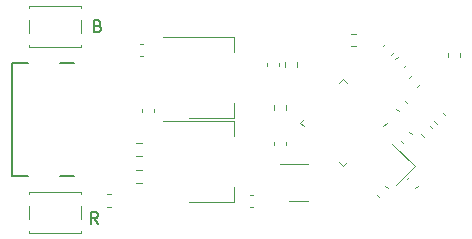
<source format=gbr>
%TF.GenerationSoftware,KiCad,Pcbnew,(6.0.5-0)*%
%TF.CreationDate,2022-07-11T15:01:11+02:00*%
%TF.ProjectId,ESP32-C3_breakout,45535033-322d-4433-935f-627265616b6f,rev?*%
%TF.SameCoordinates,Original*%
%TF.FileFunction,Legend,Top*%
%TF.FilePolarity,Positive*%
%FSLAX46Y46*%
G04 Gerber Fmt 4.6, Leading zero omitted, Abs format (unit mm)*
G04 Created by KiCad (PCBNEW (6.0.5-0)) date 2022-07-11 15:01:11*
%MOMM*%
%LPD*%
G01*
G04 APERTURE LIST*
%ADD10C,0.150000*%
%ADD11C,0.120000*%
%ADD12C,0.200000*%
G04 APERTURE END LIST*
D10*
X157535523Y-80716380D02*
X157202190Y-80240190D01*
X156964095Y-80716380D02*
X156964095Y-79716380D01*
X157345047Y-79716380D01*
X157440285Y-79764000D01*
X157487904Y-79811619D01*
X157535523Y-79906857D01*
X157535523Y-80049714D01*
X157487904Y-80144952D01*
X157440285Y-80192571D01*
X157345047Y-80240190D01*
X156964095Y-80240190D01*
X157551428Y-63936571D02*
X157694285Y-63984190D01*
X157741904Y-64031809D01*
X157789523Y-64127047D01*
X157789523Y-64269904D01*
X157741904Y-64365142D01*
X157694285Y-64412761D01*
X157599047Y-64460380D01*
X157218095Y-64460380D01*
X157218095Y-63460380D01*
X157551428Y-63460380D01*
X157646666Y-63508000D01*
X157694285Y-63555619D01*
X157741904Y-63650857D01*
X157741904Y-63746095D01*
X157694285Y-63841333D01*
X157646666Y-63888952D01*
X157551428Y-63936571D01*
X157218095Y-63936571D01*
D11*
%TO.C,R3*%
X160798742Y-73899500D02*
X161273258Y-73899500D01*
X160798742Y-74944500D02*
X161273258Y-74944500D01*
%TO.C,SW2*%
X156124000Y-64578000D02*
X156124000Y-63438000D01*
X151724000Y-65588000D02*
X151724000Y-65708000D01*
X151724000Y-63438000D02*
X151724000Y-64578000D01*
X156124000Y-62308000D02*
X151724000Y-62308000D01*
X156124000Y-65708000D02*
X156124000Y-65588000D01*
X151724000Y-65708000D02*
X156124000Y-65708000D01*
X151724000Y-62308000D02*
X151724000Y-62428000D01*
X156124000Y-62428000D02*
X156124000Y-62308000D01*
%TO.C,C11*%
X172464000Y-73773420D02*
X172464000Y-74054580D01*
X173484000Y-73773420D02*
X173484000Y-74054580D01*
%TO.C,IC1*%
X175298000Y-75616000D02*
X172998000Y-75616000D01*
X173698000Y-78816000D02*
X175298000Y-78816000D01*
%TO.C,Y1*%
X184393767Y-75833421D02*
X182484579Y-73924233D01*
X182767421Y-77459767D02*
X184393767Y-75833421D01*
%TO.C,R4*%
X174420500Y-67451258D02*
X174420500Y-66976742D01*
X173375500Y-67451258D02*
X173375500Y-66976742D01*
%TO.C,C4*%
X158355420Y-78230000D02*
X158636580Y-78230000D01*
X158355420Y-79250000D02*
X158636580Y-79250000D01*
%TO.C,C13*%
X182800970Y-71000219D02*
X182999781Y-71199030D01*
X183522219Y-70278970D02*
X183721030Y-70477781D01*
%TO.C,C12*%
X187196000Y-66561580D02*
X187196000Y-66280420D01*
X188216000Y-66561580D02*
X188216000Y-66280420D01*
%TO.C,R1*%
X179435258Y-64641500D02*
X178960742Y-64641500D01*
X179435258Y-65686500D02*
X178960742Y-65686500D01*
%TO.C,U1*%
X163032000Y-64916000D02*
X169042000Y-64916000D01*
X165282000Y-71736000D02*
X169042000Y-71736000D01*
X169042000Y-71736000D02*
X169042000Y-70476000D01*
X169042000Y-64916000D02*
X169042000Y-66176000D01*
%TO.C,C9*%
X181655970Y-65660781D02*
X181854781Y-65461970D01*
X182377219Y-66382030D02*
X182576030Y-66183219D01*
%TO.C,C1*%
X162308000Y-70979420D02*
X162308000Y-71260580D01*
X161288000Y-70979420D02*
X161288000Y-71260580D01*
%TO.C,C8*%
X183459219Y-67474030D02*
X183658030Y-67275219D01*
X182737970Y-66752781D02*
X182936781Y-66553970D01*
%TO.C,C7*%
X184937970Y-73125219D02*
X185136781Y-73324030D01*
X185659219Y-72403970D02*
X185858030Y-72602781D01*
%TO.C,D1*%
X169042000Y-72028000D02*
X169042000Y-73288000D01*
X163032000Y-72028000D02*
X169042000Y-72028000D01*
X169042000Y-78848000D02*
X169042000Y-77588000D01*
X165282000Y-78848000D02*
X169042000Y-78848000D01*
%TO.C,L1*%
X183872273Y-68368478D02*
X184102478Y-68138273D01*
X184593522Y-69089727D02*
X184823727Y-68859522D01*
%TO.C,R2*%
X160798742Y-76185500D02*
X161273258Y-76185500D01*
X160798742Y-77230500D02*
X161273258Y-77230500D01*
%TO.C,R5*%
X173496500Y-71103258D02*
X173496500Y-70628742D01*
X172451500Y-71103258D02*
X172451500Y-70628742D01*
%TO.C,U2*%
X178643876Y-75491222D02*
X178308000Y-75827097D01*
X181663222Y-72471876D02*
X181999097Y-72136000D01*
X178308000Y-68444903D02*
X178643876Y-68780778D01*
X174616903Y-72136000D02*
X174952778Y-72471876D01*
X174952778Y-71800124D02*
X174616903Y-72136000D01*
X178308000Y-75827097D02*
X177972124Y-75491222D01*
X177972124Y-68780778D02*
X178308000Y-68444903D01*
%TO.C,C10*%
X186037970Y-72025219D02*
X186236781Y-72224030D01*
X186759219Y-71303970D02*
X186958030Y-71502781D01*
%TO.C,C6*%
X183903219Y-72945970D02*
X184102030Y-73144781D01*
X183181970Y-73667219D02*
X183380781Y-73866030D01*
%TO.C,C15*%
X183888781Y-76755970D02*
X183689970Y-76954781D01*
X184610030Y-77477219D02*
X184411219Y-77676030D01*
%TO.C,C14*%
X181149970Y-78239219D02*
X181348781Y-78438030D01*
X181871219Y-77517970D02*
X182070030Y-77716781D01*
%TO.C,C3*%
X172858000Y-67354580D02*
X172858000Y-67073420D01*
X171838000Y-67354580D02*
X171838000Y-67073420D01*
%TO.C,SW1*%
X151724000Y-81456000D02*
X156124000Y-81456000D01*
X156124000Y-78056000D02*
X151724000Y-78056000D01*
X151724000Y-78056000D02*
X151724000Y-78176000D01*
X151724000Y-81336000D02*
X151724000Y-81456000D01*
X156124000Y-81456000D02*
X156124000Y-81336000D01*
X151724000Y-79186000D02*
X151724000Y-80326000D01*
X156124000Y-80326000D02*
X156124000Y-79186000D01*
X156124000Y-78176000D02*
X156124000Y-78056000D01*
%TO.C,C2*%
X161107420Y-65504000D02*
X161388580Y-65504000D01*
X161107420Y-66524000D02*
X161388580Y-66524000D01*
%TO.C,C5*%
X170688580Y-78304000D02*
X170407420Y-78304000D01*
X170688580Y-79324000D02*
X170407420Y-79324000D01*
D12*
%TO.C,J1*%
X150308000Y-67092000D02*
X150308000Y-76672000D01*
X155558000Y-76672000D02*
X154308000Y-76672000D01*
X150308000Y-76672000D02*
X151588000Y-76672000D01*
X151588000Y-67092000D02*
X150308000Y-67092000D01*
X155558000Y-67092000D02*
X154308000Y-67092000D01*
%TD*%
M02*

</source>
